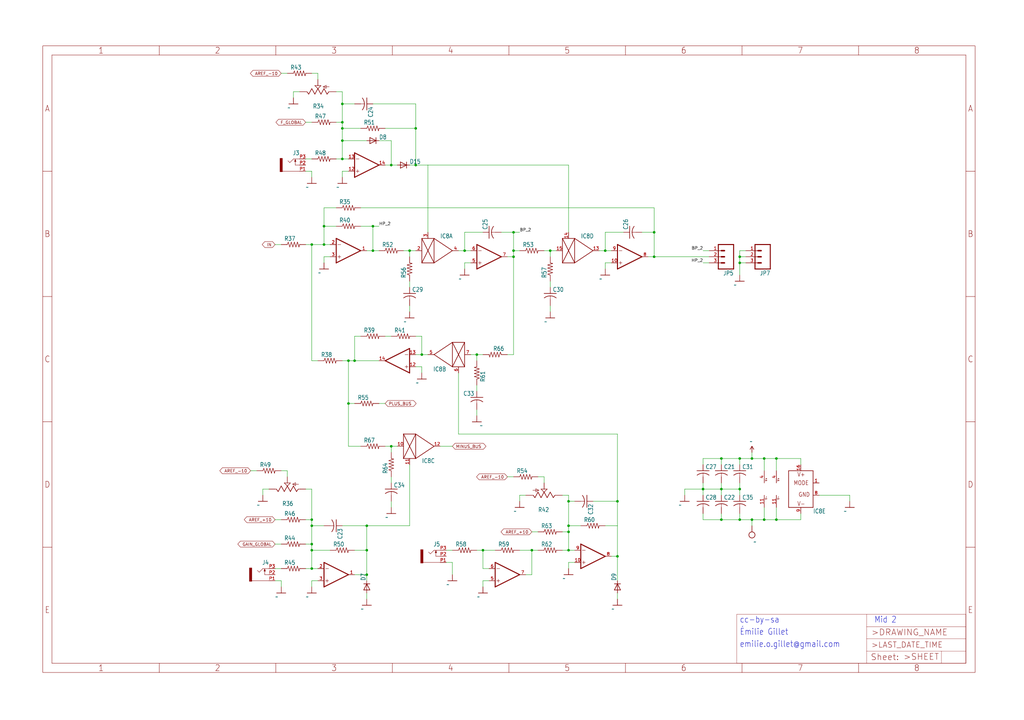
<source format=kicad_sch>
(kicad_sch (version 20211123) (generator eeschema)
  (paper "User" 425.45 299.161)
  (lib_symbols
    (symbol "shelves_v05-eagle-import:A3L-LOC"
      (symbol "A3L-LOC_0_0"
        (text "1" (at 24.2094 1.905 0) (effects (font (size 2.54 2.286))))
        (text "1" (at 24.2094 258.445 0) (effects (font (size 2.54 2.286))))
        (text "2" (at 72.6281 1.905 0) (effects (font (size 2.54 2.286))))
        (text "2" (at 72.6281 258.445 0) (effects (font (size 2.54 2.286))))
        (text "3" (at 121.0469 1.905 0) (effects (font (size 2.54 2.286))))
        (text "3" (at 121.0469 258.445 0) (effects (font (size 2.54 2.286))))
        (text "4" (at 169.4656 1.905 0) (effects (font (size 2.54 2.286))))
        (text "4" (at 169.4656 258.445 0) (effects (font (size 2.54 2.286))))
        (text "5" (at 217.8844 1.905 0) (effects (font (size 2.54 2.286))))
        (text "5" (at 217.8844 258.445 0) (effects (font (size 2.54 2.286))))
        (text "6" (at 266.3031 1.905 0) (effects (font (size 2.54 2.286))))
        (text "6" (at 266.3031 258.445 0) (effects (font (size 2.54 2.286))))
        (text "7" (at 314.7219 1.905 0) (effects (font (size 2.54 2.286))))
        (text "7" (at 314.7219 258.445 0) (effects (font (size 2.54 2.286))))
        (text "8" (at 363.1406 1.905 0) (effects (font (size 2.54 2.286))))
        (text "8" (at 363.1406 258.445 0) (effects (font (size 2.54 2.286))))
        (text "A" (at 1.905 234.315 0) (effects (font (size 2.54 2.286))))
        (text "A" (at 385.445 234.315 0) (effects (font (size 2.54 2.286))))
        (text "B" (at 1.905 182.245 0) (effects (font (size 2.54 2.286))))
        (text "B" (at 385.445 182.245 0) (effects (font (size 2.54 2.286))))
        (text "C" (at 1.905 130.175 0) (effects (font (size 2.54 2.286))))
        (text "C" (at 385.445 130.175 0) (effects (font (size 2.54 2.286))))
        (text "D" (at 1.905 78.105 0) (effects (font (size 2.54 2.286))))
        (text "D" (at 385.445 78.105 0) (effects (font (size 2.54 2.286))))
        (text "E" (at 1.905 26.035 0) (effects (font (size 2.54 2.286))))
        (text "E" (at 385.445 26.035 0) (effects (font (size 2.54 2.286))))
      )
      (symbol "A3L-LOC_1_0"
        (text ">DRAWING_NAME" (at 344.17 15.24 0) (effects (font (size 2.54 2.54)) (justify left bottom)))
        (text ">LAST_DATE_TIME" (at 344.17 10.16 0) (effects (font (size 2.286 2.286)) (justify left bottom)))
        (text ">SHEET" (at 357.505 5.08 0) (effects (font (size 2.54 2.54)) (justify left bottom)))
        (text "Sheet:" (at 343.916 4.953 0) (effects (font (size 2.54 2.54)) (justify left bottom)))
      )
    )
    (symbol "shelves_v05-eagle-import:C-USC0603"
      (property "Reference" "C" (at 1.016 0.635 0))
      (property "Value" "C-USC0603" (at 1.016 -4.191 0))
      (symbol "C-USC0603_1_0"
        (pin passive line (at 0 2.54 270) (length 2.54) (name "1") (number "1"))
        (pin passive line (at 0 -5.08 90) (length 2.54) (name "2") (number "2"))
      )
    )
    (symbol "shelves_v05-eagle-import:DIODE-SOD323-W"
      (property "Reference" "D" (at 2.54 0.4826 0))
      (property "Value" "DIODE-SOD323-W" (at 2.54 -2.3114 0))
      (symbol "DIODE-SOD323-W_1_0"
        (pin passive line (at -2.54 0 0) (length 2.54) (name "A") (number "A"))
        (pin passive line (at 2.54 0 180) (length 2.54) (name "C") (number "C"))
      )
    )
    (symbol "shelves_v05-eagle-import:GND" (power)
      (property "Value" "GND" (at -2.54 -2.54 0))
      (symbol "GND_1_0"
        (pin power_in line (at 0 2.54 270) (length 2.54) (name "GND") (number "1"))
      )
    )
    (symbol "shelves_v05-eagle-import:M03PTH"
      (property "Reference" "JP" (at -2.54 5.842 0))
      (property "Value" "M03PTH" (at -2.54 -7.62 0))
      (symbol "M03PTH_1_0"
        (pin passive line (at 7.62 -2.54 180) (length 5.08) (name "1") (number "1"))
        (pin passive line (at 7.62 0 180) (length 5.08) (name "2") (number "2"))
        (pin passive line (at 7.62 2.54 180) (length 5.08) (name "3") (number "3"))
      )
    )
    (symbol "shelves_v05-eagle-import:PJ301_THONKICONN6"
      (property "Reference" "J" (at -2.54 4.064 0))
      (symbol "PJ301_THONKICONN6_1_0"
        (pin passive line (at -5.08 -2.54 0) (length 2.54) (name "1") (number "P1"))
        (pin passive line (at -5.08 0 0) (length 2.54) (name "2") (number "P2"))
        (pin passive line (at -5.08 2.54 0) (length 2.54) (name "3") (number "P3"))
      )
    )
    (symbol "shelves_v05-eagle-import:POT_USVERTICAL"
      (property "Reference" "R" (at -5.08 -2.54 90))
      (property "Value" "POT_USVERTICAL" (at -2.54 -2.54 90))
      (symbol "POT_USVERTICAL_1_0"
        (pin passive line (at 0 7.62 270) (length 2.54) (name "E") (number "P$1"))
        (pin passive line (at 5.08 0 180) (length 2.54) (name "S") (number "P$2"))
        (pin passive line (at 0 -7.62 90) (length 2.54) (name "A") (number "P$3"))
      )
    )
    (symbol "shelves_v05-eagle-import:POT_USVERTICAL_PS"
      (property "Reference" "R" (at -5.08 -2.54 90))
      (property "Value" "POT_USVERTICAL_PS" (at -2.54 -2.54 90))
      (symbol "POT_USVERTICAL_PS_1_0"
        (pin passive line (at 0 7.62 270) (length 2.54) (name "E") (number "P$1"))
        (pin passive line (at 5.08 0 180) (length 2.54) (name "S") (number "P$2"))
        (pin passive line (at 0 -7.62 90) (length 2.54) (name "A") (number "P$3"))
      )
    )
    (symbol "shelves_v05-eagle-import:R-US_R0603"
      (property "Reference" "R" (at -3.81 1.4986 0))
      (property "Value" "R-US_R0603" (at -3.81 -3.302 0))
      (symbol "R-US_R0603_1_0"
        (pin passive line (at -5.08 0 0) (length 2.54) (name "1") (number "1"))
        (pin passive line (at 5.08 0 180) (length 2.54) (name "2") (number "2"))
      )
    )
    (symbol "shelves_v05-eagle-import:SSM2164S"
      (property "Reference" "IC" (at 5.08 -12.7 0))
      (property "Value" "SSM2164S" (at 5.08 -15.24 0))
      (symbol "SSM2164S_1_0"
        (pin input line (at -5.08 0 0) (length 2.54) (name "IN") (number "2"))
        (pin input line (at 0 7.62 270) (length 2.54) (name "CTRL") (number "3"))
        (pin output line (at 12.7 0 180) (length 2.54) (name "OUT") (number "4"))
      )
      (symbol "SSM2164S_2_0"
        (pin output line (at 12.7 0 180) (length 2.54) (name "OUT") (number "5"))
        (pin input line (at 0 7.62 270) (length 2.54) (name "CTRL") (number "6"))
        (pin input line (at -5.08 0 0) (length 2.54) (name "IN") (number "7"))
      )
      (symbol "SSM2164S_3_0"
        (pin input line (at -5.08 0 0) (length 2.54) (name "IN") (number "10"))
        (pin input line (at 0 7.62 270) (length 2.54) (name "CTRL") (number "11"))
        (pin output line (at 12.7 0 180) (length 2.54) (name "OUT") (number "12"))
      )
      (symbol "SSM2164S_4_0"
        (pin output line (at 12.7 0 180) (length 2.54) (name "OUT") (number "13"))
        (pin input line (at 0 7.62 270) (length 2.54) (name "CTRL") (number "14"))
        (pin input line (at -5.08 0 0) (length 2.54) (name "IN") (number "15"))
      )
      (symbol "SSM2164S_5_0"
        (text "GND" (at -1.016 -5.842 0) (effects (font (size 1.778 1.5113)) (justify left bottom)))
        (text "MODE" (at -3.048 -1.016 0) (effects (font (size 1.778 1.5113)) (justify left bottom)))
        (text "V+" (at -1.524 2.54 0) (effects (font (size 1.778 1.5113)) (justify left bottom)))
        (text "V-" (at -1.524 -9.652 0) (effects (font (size 1.778 1.5113)) (justify left bottom)))
        (pin input line (at 7.62 0 180) (length 2.54) (name "MODE") (number "1"))
        (pin power_in line (at 0 7.62 270) (length 2.54) (name "V+") (number "16"))
        (pin power_in line (at 7.62 -5.08 180) (length 2.54) (name "GND") (number "8"))
        (pin power_in line (at 0 -12.7 90) (length 2.54) (name "V-") (number "9"))
      )
    )
    (symbol "shelves_v05-eagle-import:TL074D"
      (symbol "TL074D_1_0"
        (pin output line (at 7.62 0 180) (length 2.54) (name "OUT") (number "1"))
        (pin input line (at -7.62 -2.54 0) (length 2.54) (name "-IN") (number "2"))
        (pin input line (at -7.62 2.54 0) (length 2.54) (name "+IN") (number "3"))
      )
      (symbol "TL074D_2_0"
        (pin input line (at -7.62 2.54 0) (length 2.54) (name "+IN") (number "5"))
        (pin input line (at -7.62 -2.54 0) (length 2.54) (name "-IN") (number "6"))
        (pin output line (at 7.62 0 180) (length 2.54) (name "OUT") (number "7"))
      )
      (symbol "TL074D_3_0"
        (pin input line (at -7.62 2.54 0) (length 2.54) (name "+IN") (number "10"))
        (pin output line (at 7.62 0 180) (length 2.54) (name "OUT") (number "8"))
        (pin input line (at -7.62 -2.54 0) (length 2.54) (name "-IN") (number "9"))
      )
      (symbol "TL074D_4_0"
        (pin input line (at -7.62 2.54 0) (length 2.54) (name "+IN") (number "12"))
        (pin input line (at -7.62 -2.54 0) (length 2.54) (name "-IN") (number "13"))
        (pin output line (at 7.62 0 180) (length 2.54) (name "OUT") (number "14"))
      )
      (symbol "TL074D_5_0"
        (text "V+" (at 1.27 3.175 900) (effects (font (size 0.8128 0.6908)) (justify left bottom)))
        (text "V-" (at 1.27 -4.445 900) (effects (font (size 0.8128 0.6908)) (justify left bottom)))
        (pin power_in line (at 0 -7.62 90) (length 5.08) (name "V-") (number "11"))
        (pin power_in line (at 0 7.62 270) (length 5.08) (name "V+") (number "4"))
      )
    )
    (symbol "shelves_v05-eagle-import:VCC" (power)
      (property "Value" "VCC" (at -1.016 3.556 0))
      (symbol "VCC_1_0"
        (pin power_in line (at 0 0 90) (length 2.54) (name "VCC") (number "1"))
      )
    )
    (symbol "shelves_v05-eagle-import:VEE" (power)
      (property "Value" "VEE" (at -1.905 3.175 0))
      (symbol "VEE_1_0"
        (pin power_in line (at 0 -2.54 90) (length 2.54) (name "VEE") (number "1"))
      )
    )
  )
  (junction (at 271.78 106.68))
  (junction (at 172.72 53.34))
  (junction (at 162.56 68.58))
  (junction (at 312.42 190.5))
  (junction (at 213.36 104.14))
  (junction (at 193.04 104.14))
  (junction (at 162.56 185.42))
  (junction (at 134.62 93.98))
  (junction (at 152.4 238.76))
  (junction (at 322.58 215.9))
  (junction (at 175.26 147.32))
  (junction (at 317.5 215.9))
  (junction (at 307.34 109.22))
  (junction (at 299.72 190.5))
  (junction (at 307.34 203.2))
  (junction (at 134.62 101.6))
  (junction (at 317.5 190.5))
  (junction (at 322.58 190.5))
  (junction (at 307.34 215.9))
  (junction (at 299.72 215.9))
  (junction (at 142.24 50.8))
  (junction (at 142.24 58.42))
  (junction (at 154.94 104.14))
  (junction (at 129.54 215.9))
  (junction (at 144.78 167.64))
  (junction (at 236.22 208.28))
  (junction (at 256.54 208.28))
  (junction (at 312.42 215.9))
  (junction (at 236.22 228.6))
  (junction (at 236.22 220.98))
  (junction (at 256.54 231.14))
  (junction (at 129.54 101.6))
  (junction (at 271.78 96.52))
  (junction (at 142.24 43.18))
  (junction (at 129.54 236.22))
  (junction (at 172.72 68.58))
  (junction (at 213.36 96.52))
  (junction (at 142.24 53.34))
  (junction (at 129.54 226.06))
  (junction (at 129.54 218.44))
  (junction (at 299.72 203.2))
  (junction (at 236.22 218.44))
  (junction (at 142.24 66.04))
  (junction (at 228.6 104.14))
  (junction (at 154.94 93.98))
  (junction (at 251.46 104.14))
  (junction (at 170.18 104.14))
  (junction (at 152.4 218.44))
  (junction (at 198.12 147.32))
  (junction (at 129.54 228.6))
  (junction (at 200.66 228.6))
  (junction (at 307.34 106.68))
  (junction (at 152.4 228.6))
  (junction (at 220.98 228.6))
  (junction (at 147.32 149.86))
  (junction (at 292.1 203.2))
  (junction (at 213.36 106.68))
  (junction (at 307.34 190.5))
  (junction (at 144.78 149.86))
  (wire (pts (xy 147.32 228.6) (xy 152.4 228.6)))
  (wire (pts (xy 193.04 104.14) (xy 193.04 96.52)))
  (wire (pts (xy 193.04 104.14) (xy 195.58 104.14)))
  (wire (pts (xy 271.78 86.36) (xy 271.78 96.52)))
  (wire (pts (xy 213.36 198.12) (xy 210.82 198.12)))
  (wire (pts (xy 266.7 96.52) (xy 271.78 96.52)))
  (wire (pts (xy 271.78 106.68) (xy 294.64 106.68)))
  (wire (pts (xy 200.66 241.3) (xy 200.66 243.84)))
  (wire (pts (xy 142.24 38.1) (xy 142.24 43.18)))
  (wire (pts (xy 241.3 218.44) (xy 236.22 218.44)))
  (wire (pts (xy 332.74 213.36) (xy 332.74 215.9)))
  (wire (pts (xy 236.22 208.28) (xy 236.22 218.44)))
  (wire (pts (xy 312.42 218.44) (xy 312.42 215.9)))
  (wire (pts (xy 233.68 205.74) (xy 236.22 205.74)))
  (wire (pts (xy 144.78 185.42) (xy 149.86 185.42)))
  (wire (pts (xy 213.36 96.52) (xy 213.36 104.14)))
  (wire (pts (xy 187.96 233.68) (xy 187.96 238.76)))
  (wire (pts (xy 256.54 218.44) (xy 256.54 231.14)))
  (wire (pts (xy 162.56 185.42) (xy 162.56 187.96)))
  (wire (pts (xy 170.18 104.14) (xy 172.72 104.14)))
  (wire (pts (xy 198.12 162.56) (xy 198.12 160.02)))
  (wire (pts (xy 162.56 68.58) (xy 165.1 68.58)))
  (wire (pts (xy 299.72 200.66) (xy 299.72 203.2)))
  (wire (pts (xy 175.26 139.7) (xy 175.26 147.32)))
  (wire (pts (xy 142.24 58.42) (xy 142.24 66.04)))
  (wire (pts (xy 236.22 218.44) (xy 236.22 220.98)))
  (wire (pts (xy 205.74 228.6) (xy 200.66 228.6)))
  (wire (pts (xy 307.34 203.2) (xy 307.34 205.74)))
  (wire (pts (xy 251.46 96.52) (xy 259.08 96.52)))
  (wire (pts (xy 190.5 180.34) (xy 256.54 180.34)))
  (wire (pts (xy 177.8 147.32) (xy 175.26 147.32)))
  (wire (pts (xy 312.42 190.5) (xy 317.5 190.5)))
  (wire (pts (xy 149.86 86.36) (xy 271.78 86.36)))
  (wire (pts (xy 129.54 149.86) (xy 129.54 101.6)))
  (wire (pts (xy 353.06 205.74) (xy 353.06 208.28)))
  (wire (pts (xy 114.3 241.3) (xy 116.84 241.3)))
  (wire (pts (xy 292.1 215.9) (xy 299.72 215.9)))
  (wire (pts (xy 322.58 215.9) (xy 322.58 210.82)))
  (wire (pts (xy 129.54 218.44) (xy 129.54 226.06)))
  (wire (pts (xy 134.62 106.68) (xy 134.62 109.22)))
  (wire (pts (xy 238.76 228.6) (xy 236.22 228.6)))
  (wire (pts (xy 111.76 203.2) (xy 109.22 203.2)))
  (wire (pts (xy 127 215.9) (xy 129.54 215.9)))
  (wire (pts (xy 292.1 203.2) (xy 292.1 205.74)))
  (wire (pts (xy 248.92 104.14) (xy 251.46 104.14)))
  (wire (pts (xy 129.54 228.6) (xy 129.54 236.22)))
  (wire (pts (xy 116.84 241.3) (xy 116.84 243.84)))
  (wire (pts (xy 170.18 218.44) (xy 170.18 193.04)))
  (wire (pts (xy 142.24 50.8) (xy 142.24 53.34)))
  (wire (pts (xy 167.64 104.14) (xy 170.18 104.14)))
  (wire (pts (xy 129.54 203.2) (xy 129.54 215.9)))
  (wire (pts (xy 307.34 109.22) (xy 307.34 114.3)))
  (wire (pts (xy 157.48 167.64) (xy 160.02 167.64)))
  (wire (pts (xy 218.44 205.74) (xy 215.9 205.74)))
  (wire (pts (xy 251.46 218.44) (xy 256.54 218.44)))
  (wire (pts (xy 307.34 190.5) (xy 312.42 190.5)))
  (wire (pts (xy 132.08 149.86) (xy 129.54 149.86)))
  (wire (pts (xy 160.02 139.7) (xy 162.56 139.7)))
  (wire (pts (xy 223.52 220.98) (xy 220.98 220.98)))
  (wire (pts (xy 220.98 238.76) (xy 218.44 238.76)))
  (wire (pts (xy 132.08 241.3) (xy 129.54 241.3)))
  (wire (pts (xy 147.32 149.86) (xy 157.48 149.86)))
  (wire (pts (xy 154.94 43.18) (xy 172.72 43.18)))
  (wire (pts (xy 144.78 149.86) (xy 144.78 167.64)))
  (wire (pts (xy 332.74 215.9) (xy 322.58 215.9)))
  (wire (pts (xy 284.48 203.2) (xy 284.48 205.74)))
  (wire (pts (xy 238.76 233.68) (xy 236.22 233.68)))
  (wire (pts (xy 129.54 30.48) (xy 132.08 30.48)))
  (wire (pts (xy 152.4 218.44) (xy 170.18 218.44)))
  (wire (pts (xy 172.72 53.34) (xy 172.72 43.18)))
  (wire (pts (xy 312.42 215.9) (xy 317.5 215.9)))
  (wire (pts (xy 154.94 104.14) (xy 157.48 104.14)))
  (wire (pts (xy 236.22 68.58) (xy 236.22 96.52)))
  (wire (pts (xy 132.08 236.22) (xy 129.54 236.22)))
  (wire (pts (xy 116.84 226.06) (xy 114.3 226.06)))
  (wire (pts (xy 142.24 53.34) (xy 142.24 58.42)))
  (wire (pts (xy 312.42 187.96) (xy 312.42 190.5)))
  (wire (pts (xy 119.38 30.48) (xy 116.84 30.48)))
  (wire (pts (xy 226.06 198.12) (xy 226.06 200.66)))
  (wire (pts (xy 144.78 167.64) (xy 147.32 167.64)))
  (wire (pts (xy 213.36 106.68) (xy 210.82 106.68)))
  (wire (pts (xy 170.18 127) (xy 170.18 129.54)))
  (wire (pts (xy 160.02 185.42) (xy 162.56 185.42)))
  (wire (pts (xy 142.24 71.12) (xy 142.24 73.66)))
  (wire (pts (xy 127 71.12) (xy 129.54 71.12)))
  (wire (pts (xy 332.74 190.5) (xy 332.74 193.04)))
  (wire (pts (xy 195.58 147.32) (xy 198.12 147.32)))
  (wire (pts (xy 292.1 203.2) (xy 284.48 203.2)))
  (wire (pts (xy 228.6 119.38) (xy 228.6 116.84)))
  (wire (pts (xy 154.94 93.98) (xy 154.94 104.14)))
  (wire (pts (xy 137.16 228.6) (xy 129.54 228.6)))
  (wire (pts (xy 182.88 185.42) (xy 187.96 185.42)))
  (wire (pts (xy 134.62 93.98) (xy 139.7 93.98)))
  (wire (pts (xy 307.34 213.36) (xy 307.34 215.9)))
  (wire (pts (xy 299.72 203.2) (xy 299.72 205.74)))
  (wire (pts (xy 160.02 68.58) (xy 162.56 68.58)))
  (wire (pts (xy 317.5 210.82) (xy 317.5 215.9)))
  (wire (pts (xy 139.7 66.04) (xy 142.24 66.04)))
  (wire (pts (xy 129.54 101.6) (xy 134.62 101.6)))
  (wire (pts (xy 149.86 139.7) (xy 147.32 139.7)))
  (wire (pts (xy 322.58 195.58) (xy 322.58 190.5)))
  (wire (pts (xy 175.26 152.4) (xy 175.26 154.94)))
  (wire (pts (xy 322.58 190.5) (xy 332.74 190.5)))
  (wire (pts (xy 129.54 226.06) (xy 129.54 228.6)))
  (wire (pts (xy 114.3 236.22) (xy 116.84 236.22)))
  (wire (pts (xy 195.58 109.22) (xy 193.04 109.22)))
  (wire (pts (xy 121.92 38.1) (xy 121.92 40.64)))
  (wire (pts (xy 256.54 180.34) (xy 256.54 208.28)))
  (wire (pts (xy 187.96 228.6) (xy 185.42 228.6)))
  (wire (pts (xy 154.94 104.14) (xy 152.4 104.14)))
  (wire (pts (xy 200.66 236.22) (xy 200.66 228.6)))
  (wire (pts (xy 246.38 208.28) (xy 256.54 208.28)))
  (wire (pts (xy 256.54 241.3) (xy 256.54 231.14)))
  (wire (pts (xy 172.72 68.58) (xy 177.8 68.58)))
  (wire (pts (xy 129.54 50.8) (xy 127 50.8)))
  (wire (pts (xy 292.1 213.36) (xy 292.1 215.9)))
  (wire (pts (xy 129.54 215.9) (xy 129.54 218.44)))
  (wire (pts (xy 233.68 220.98) (xy 236.22 220.98)))
  (wire (pts (xy 152.4 241.3) (xy 152.4 238.76)))
  (wire (pts (xy 299.72 215.9) (xy 307.34 215.9)))
  (wire (pts (xy 256.54 208.28) (xy 256.54 218.44)))
  (wire (pts (xy 142.24 58.42) (xy 152.4 58.42)))
  (wire (pts (xy 177.8 68.58) (xy 236.22 68.58)))
  (wire (pts (xy 238.76 208.28) (xy 236.22 208.28)))
  (wire (pts (xy 152.4 246.38) (xy 152.4 248.92)))
  (wire (pts (xy 129.54 71.12) (xy 129.54 73.66)))
  (wire (pts (xy 152.4 228.6) (xy 152.4 218.44)))
  (wire (pts (xy 147.32 43.18) (xy 142.24 43.18)))
  (wire (pts (xy 142.24 218.44) (xy 152.4 218.44)))
  (wire (pts (xy 213.36 104.14) (xy 215.9 104.14)))
  (wire (pts (xy 228.6 127) (xy 228.6 129.54)))
  (wire (pts (xy 203.2 236.22) (xy 200.66 236.22)))
  (wire (pts (xy 299.72 203.2) (xy 292.1 203.2)))
  (wire (pts (xy 307.34 203.2) (xy 299.72 203.2)))
  (wire (pts (xy 299.72 213.36) (xy 299.72 215.9)))
  (wire (pts (xy 299.72 193.04) (xy 299.72 190.5)))
  (wire (pts (xy 200.66 147.32) (xy 198.12 147.32)))
  (wire (pts (xy 109.22 203.2) (xy 109.22 205.74)))
  (wire (pts (xy 134.62 86.36) (xy 134.62 93.98)))
  (wire (pts (xy 127 226.06) (xy 129.54 226.06)))
  (wire (pts (xy 139.7 38.1) (xy 142.24 38.1)))
  (wire (pts (xy 177.8 68.58) (xy 177.8 96.52)))
  (wire (pts (xy 116.84 101.6) (xy 114.3 101.6)))
  (wire (pts (xy 210.82 147.32) (xy 213.36 147.32)))
  (wire (pts (xy 226.06 104.14) (xy 228.6 104.14)))
  (wire (pts (xy 220.98 228.6) (xy 223.52 228.6)))
  (wire (pts (xy 129.54 241.3) (xy 129.54 243.84)))
  (wire (pts (xy 228.6 104.14) (xy 228.6 106.68)))
  (wire (pts (xy 185.42 233.68) (xy 187.96 233.68)))
  (wire (pts (xy 144.78 71.12) (xy 142.24 71.12)))
  (wire (pts (xy 307.34 106.68) (xy 309.88 106.68)))
  (wire (pts (xy 106.68 195.58) (xy 104.14 195.58)))
  (wire (pts (xy 142.24 149.86) (xy 144.78 149.86)))
  (wire (pts (xy 236.22 205.74) (xy 236.22 208.28)))
  (wire (pts (xy 116.84 215.9) (xy 114.3 215.9)))
  (wire (pts (xy 147.32 238.76) (xy 152.4 238.76)))
  (wire (pts (xy 307.34 106.68) (xy 307.34 109.22)))
  (wire (pts (xy 292.1 190.5) (xy 299.72 190.5)))
  (wire (pts (xy 139.7 86.36) (xy 134.62 86.36)))
  (wire (pts (xy 203.2 241.3) (xy 200.66 241.3)))
  (wire (pts (xy 142.24 43.18) (xy 142.24 50.8)))
  (wire (pts (xy 149.86 93.98) (xy 154.94 93.98)))
  (wire (pts (xy 317.5 215.9) (xy 322.58 215.9)))
  (wire (pts (xy 134.62 218.44) (xy 129.54 218.44)))
  (wire (pts (xy 307.34 104.14) (xy 307.34 106.68)))
  (wire (pts (xy 162.56 58.42) (xy 162.56 68.58)))
  (wire (pts (xy 116.84 195.58) (xy 119.38 195.58)))
  (wire (pts (xy 215.9 228.6) (xy 220.98 228.6)))
  (wire (pts (xy 144.78 149.86) (xy 147.32 149.86)))
  (wire (pts (xy 127 203.2) (xy 129.54 203.2)))
  (wire (pts (xy 228.6 104.14) (xy 231.14 104.14)))
  (wire (pts (xy 162.56 208.28) (xy 162.56 210.82)))
  (wire (pts (xy 254 109.22) (xy 251.46 109.22)))
  (wire (pts (xy 137.16 106.68) (xy 134.62 106.68)))
  (wire (pts (xy 175.26 147.32) (xy 172.72 147.32)))
  (wire (pts (xy 256.54 231.14) (xy 254 231.14)))
  (wire (pts (xy 317.5 195.58) (xy 317.5 190.5)))
  (wire (pts (xy 127 236.22) (xy 129.54 236.22)))
  (wire (pts (xy 256.54 246.38) (xy 256.54 248.92)))
  (wire (pts (xy 157.48 58.42) (xy 162.56 58.42)))
  (wire (pts (xy 152.4 238.76) (xy 152.4 228.6)))
  (wire (pts (xy 213.36 104.14) (xy 213.36 106.68)))
  (wire (pts (xy 119.38 195.58) (xy 119.38 198.12)))
  (wire (pts (xy 134.62 101.6) (xy 137.16 101.6)))
  (wire (pts (xy 220.98 228.6) (xy 220.98 238.76)))
  (wire (pts (xy 271.78 106.68) (xy 269.24 106.68)))
  (wire (pts (xy 251.46 104.14) (xy 254 104.14)))
  (wire (pts (xy 223.52 198.12) (xy 226.06 198.12)))
  (wire (pts (xy 198.12 147.32) (xy 198.12 149.86)))
  (wire (pts (xy 307.34 200.66) (xy 307.34 203.2)))
  (wire (pts (xy 299.72 190.5) (xy 307.34 190.5)))
  (wire (pts (xy 147.32 139.7) (xy 147.32 149.86)))
  (wire (pts (xy 170.18 119.38) (xy 170.18 116.84)))
  (wire (pts (xy 190.5 104.14) (xy 193.04 104.14)))
  (wire (pts (xy 213.36 147.32) (xy 213.36 106.68)))
  (wire (pts (xy 317.5 190.5) (xy 322.58 190.5)))
  (wire (pts (xy 134.62 93.98) (xy 134.62 101.6)))
  (wire (pts (xy 162.56 185.42) (xy 165.1 185.42)))
  (wire (pts (xy 251.46 104.14) (xy 251.46 96.52)))
  (wire (pts (xy 149.86 53.34) (xy 142.24 53.34)))
  (wire (pts (xy 307.34 215.9) (xy 312.42 215.9)))
  (wire (pts (xy 124.46 38.1) (xy 121.92 38.1)))
  (wire (pts (xy 340.36 205.74) (xy 353.06 205.74)))
  (wire (pts (xy 139.7 50.8) (xy 142.24 50.8)))
  (wire (pts (xy 144.78 167.64) (xy 144.78 185.42)))
  (wire (pts (xy 251.46 109.22) (xy 251.46 111.76)))
  (wire (pts (xy 294.64 109.22) (xy 292.1 109.22)))
  (wire (pts (xy 170.18 68.58) (xy 172.72 68.58)))
  (wire (pts (xy 190.5 154.94) (xy 190.5 180.34)))
  (wire (pts (xy 127 101.6) (xy 129.54 101.6)))
  (wire (pts (xy 294.64 104.14) (xy 292.1 104.14)))
  (wire (pts (xy 160.02 53.34) (xy 172.72 53.34)))
  (wire (pts (xy 309.88 109.22) (xy 307.34 109.22)))
  (wire (pts (xy 236.22 220.98) (xy 236.22 228.6)))
  (wire (pts (xy 132.08 30.48) (xy 132.08 33.02)))
  (wire (pts (xy 172.72 68.58) (xy 172.72 53.34)))
  (wire (pts (xy 198.12 170.18) (xy 198.12 172.72)))
  (wire (pts (xy 170.18 104.14) (xy 170.18 106.68)))
  (wire (pts (xy 198.12 228.6) (xy 200.66 228.6)))
  (wire (pts (xy 292.1 200.66) (xy 292.1 203.2)))
  (wire (pts (xy 144.78 66.04) (xy 142.24 66.04)))
  (wire (pts (xy 154.94 93.98) (xy 157.48 93.98)))
  (wire (pts (xy 127 66.04) (xy 129.54 66.04)))
  (wire (pts (xy 236.22 233.68) (xy 236.22 236.22)))
  (wire (pts (xy 172.72 139.7) (xy 175.26 139.7)))
  (wire (pts (xy 292.1 193.04) (xy 292.1 190.5)))
  (wire (pts (xy 233.68 228.6) (xy 236.22 228.6)))
  (wire (pts (xy 193.04 96.52) (xy 200.66 96.52)))
  (wire (pts (xy 215.9 205.74) (xy 215.9 208.28)))
  (wire (pts (xy 162.56 200.66) (xy 162.56 198.12)))
  (wire (pts (xy 193.04 109.22) (xy 193.04 111.76)))
  (wire (pts (xy 213.36 96.52) (xy 215.9 96.52)))
  (wire (pts (xy 309.88 104.14) (xy 307.34 104.14)))
  (wire (pts (xy 271.78 96.52) (xy 271.78 106.68)))
  (wire (pts (xy 172.72 152.4) (xy 175.26 152.4)))
  (wire (pts (xy 208.28 96.52) (xy 213.36 96.52)))
  (wire (pts (xy 307.34 193.04) (xy 307.34 190.5)))
  (text "cc-by-sa" (at 307.34 259.08 180) (effects (font (size 2.54 2.159)) (justify left bottom)))
  (text "Mid 2" (at 363.22 259.08 180) (effects (font (size 2.54 2.159)) (justify left bottom)))
  (text "Émilie Gillet" (at 307.34 264.16 180) (effects (font (size 2.54 2.159)) (justify left bottom)))
  (text "emilie.o.gillet@gmail.com" (at 307.34 269.24 180) (effects (font (size 2.54 2.159)) (justify left bottom)))
  (label "HP_2" (at 292.1 109.22 180) (effects (font (size 1.2446 1.2446))))
  (label "BP_2" (at 215.9 96.52 0) (effects (font (size 1.2446 1.2446))))
  (label "HP_2" (at 157.48 93.98 0) (effects (font (size 1.2446 1.2446))))
  (label "BP_2" (at 292.1 104.14 180) (effects (font (size 1.2446 1.2446))))
  (global_label "AREF_-10" (shape bidirectional) (at 116.84 30.48 180) (effects (font (size 1.2446 1.2446))) (property "Intersheet References" "${INTERSHEET_REFS}" (effects hide)))
  (global_label "AREF_-10" (shape bidirectional) (at 104.14 195.58 180) (effects (font (size 1.2446 1.2446))) (property "Intersheet References" "${INTERSHEET_REFS}" (effects hide)))
  (global_label "AREF_-10" (shape bidirectional) (at 210.82 198.12 180) (effects (font (size 1.2446 1.2446))) (property "Intersheet References" "${INTERSHEET_REFS}" (effects hide)))
  (global_label "IN" (shape bidirectional) (at 114.3 101.6 180) (effects (font (size 1.2446 1.2446))) (property "Intersheet References" "${INTERSHEET_REFS}" (effects hide)))
  (global_label "AREF_+10" (shape bidirectional) (at 114.3 215.9 180) (effects (font (size 1.2446 1.2446))) (property "Intersheet References" "${INTERSHEET_REFS}" (effects hide)))
  (global_label "AREF_+10" (shape bidirectional) (at 220.98 220.98 180) (effects (font (size 1.2446 1.2446))) (property "Intersheet References" "${INTERSHEET_REFS}" (effects hide)))
  (global_label "MINUS_BUS" (shape bidirectional) (at 187.96 185.42 0) (effects (font (size 1.2446 1.2446))) (property "Intersheet References" "${INTERSHEET_REFS}" (effects hide)))
  (global_label "PLUS_BUS" (shape bidirectional) (at 160.02 167.64 0) (effects (font (size 1.2446 1.2446))) (property "Intersheet References" "${INTERSHEET_REFS}" (effects hide)))
  (global_label "F_GLOBAL" (shape bidirectional) (at 127 50.8 180) (effects (font (size 1.2446 1.2446))) (property "Intersheet References" "${INTERSHEET_REFS}" (effects hide)))
  (global_label "GAIN_GLOBAL" (shape bidirectional) (at 114.3 226.06 180) (effects (font (size 1.2446 1.2446))) (property "Intersheet References" "${INTERSHEET_REFS}" (effects hide)))
  (symbol (lib_id "shelves_v05-eagle-import:GND") (at 152.4 251.46 0) (unit 1)
    (property "Reference" "#GND59" (effects hide))
  )
  (symbol (lib_id "shelves_v05-eagle-import:VEE") (at 312.42 220.98 180) (unit 1)
    (property "Reference" "#SUPPLY6" (effects hide))
  )
  (symbol (lib_id "shelves_v05-eagle-import:GND") (at 251.46 114.3 0) (unit 1)
    (property "Reference" "#GND67" (effects hide))
  )
  (symbol (lib_id "shelves_v05-eagle-import:GND") (at 170.18 132.08 0) (unit 1)
    (property "Reference" "#GND52" (effects hide))
  )
  (symbol (lib_id "shelves_v05-eagle-import:C-USC0603") (at 292.1 195.58 0) (unit 1)
    (property "Reference" "C27" (at 293.116 194.945 0) (effects (font (size 1.778 1.5113)) (justify left bottom)))
  )
  (symbol (lib_id "shelves_v05-eagle-import:GND") (at 134.62 111.76 0) (unit 1)
    (property "Reference" "#GND64" (effects hide))
  )
  (symbol (lib_id "shelves_v05-eagle-import:R-US_R0603") (at 162.56 104.14 0) (unit 1)
    (property "Reference" "R52" (at 158.75 102.6414 0) (effects (font (size 1.778 1.5113)) (justify left bottom)))
  )
  (symbol (lib_id "shelves_v05-eagle-import:POT_USVERTICAL_PS") (at 132.08 38.1 90) (unit 1)
    (property "Reference" "R34" (at 134.62 43.18 90) (effects (font (size 1.778 1.5113)) (justify left bottom)))
  )
  (symbol (lib_id "shelves_v05-eagle-import:R-US_R0603") (at 144.78 86.36 0) (unit 1)
    (property "Reference" "R35" (at 140.97 84.8614 0) (effects (font (size 1.778 1.5113)) (justify left bottom)))
  )
  (symbol (lib_id "shelves_v05-eagle-import:R-US_R0603") (at 228.6 220.98 0) (unit 1)
    (property "Reference" "R63" (at 224.79 219.4814 0) (effects (font (size 1.778 1.5113)) (justify left bottom)))
  )
  (symbol (lib_id "shelves_v05-eagle-import:GND") (at 200.66 246.38 0) (unit 1)
    (property "Reference" "#GND76" (effects hide))
  )
  (symbol (lib_id "shelves_v05-eagle-import:GND") (at 236.22 238.76 0) (unit 1)
    (property "Reference" "#GND75" (effects hide))
  )
  (symbol (lib_id "shelves_v05-eagle-import:GND") (at 175.26 157.48 0) (unit 1)
    (property "Reference" "#GND70" (effects hide))
  )
  (symbol (lib_id "shelves_v05-eagle-import:R-US_R0603") (at 170.18 111.76 90) (unit 1)
    (property "Reference" "R56" (at 168.6814 115.57 0) (effects (font (size 1.778 1.5113)) (justify left bottom)))
  )
  (symbol (lib_id "shelves_v05-eagle-import:DIODE-SOD323-W") (at 256.54 243.84 90) (unit 1)
    (property "Reference" "D9" (at 256.0574 241.3 0) (effects (font (size 1.778 1.5113)) (justify left bottom)))
  )
  (symbol (lib_id "shelves_v05-eagle-import:TL074D") (at 322.58 203.2 0) (unit 5)
    (property "Reference" "IC7" (effects hide))
  )
  (symbol (lib_id "shelves_v05-eagle-import:R-US_R0603") (at 111.76 195.58 0) (unit 1)
    (property "Reference" "R49" (at 107.95 194.0814 0) (effects (font (size 1.778 1.5113)) (justify left bottom)))
  )
  (symbol (lib_id "shelves_v05-eagle-import:R-US_R0603") (at 218.44 198.12 0) (unit 1)
    (property "Reference" "R54" (at 214.63 196.6214 0) (effects (font (size 1.778 1.5113)) (justify left bottom)))
  )
  (symbol (lib_id "shelves_v05-eagle-import:C-USC0603") (at 307.34 208.28 0) (unit 1)
    (property "Reference" "C35" (at 308.356 207.645 0) (effects (font (size 1.778 1.5113)) (justify left bottom)))
  )
  (symbol (lib_id "shelves_v05-eagle-import:C-USC0603") (at 299.72 195.58 0) (unit 1)
    (property "Reference" "C21" (at 300.736 194.945 0) (effects (font (size 1.778 1.5113)) (justify left bottom)))
  )
  (symbol (lib_id "shelves_v05-eagle-import:GND") (at 142.24 76.2 0) (unit 1)
    (property "Reference" "#GND55" (effects hide))
  )
  (symbol (lib_id "shelves_v05-eagle-import:R-US_R0603") (at 167.64 139.7 0) (unit 1)
    (property "Reference" "R41" (at 163.83 138.2014 0) (effects (font (size 1.778 1.5113)) (justify left bottom)))
  )
  (symbol (lib_id "shelves_v05-eagle-import:R-US_R0603") (at 121.92 236.22 0) (unit 1)
    (property "Reference" "R45" (at 118.11 234.7214 0) (effects (font (size 1.778 1.5113)) (justify left bottom)))
  )
  (symbol (lib_id "shelves_v05-eagle-import:C-USC0603") (at 198.12 165.1 0) (mirror y) (unit 1)
    (property "Reference" "C33" (at 197.104 164.465 0) (effects (font (size 1.778 1.5113)) (justify left bottom)))
  )
  (symbol (lib_id "shelves_v05-eagle-import:GND") (at 228.6 132.08 0) (unit 1)
    (property "Reference" "#GND66" (effects hide))
  )
  (symbol (lib_id "shelves_v05-eagle-import:C-USC0603") (at 162.56 203.2 0) (unit 1)
    (property "Reference" "C34" (at 163.576 202.565 0) (effects (font (size 1.778 1.5113)) (justify left bottom)))
  )
  (symbol (lib_id "shelves_v05-eagle-import:R-US_R0603") (at 162.56 193.04 90) (unit 1)
    (property "Reference" "R64" (at 161.0614 196.85 0) (effects (font (size 1.778 1.5113)) (justify left bottom)))
  )
  (symbol (lib_id "shelves_v05-eagle-import:TL074D") (at 139.7 238.76 0) (mirror x) (unit 1)
    (property "Reference" "IC7" (effects hide))
  )
  (symbol (lib_id "shelves_v05-eagle-import:GND") (at 193.04 114.3 0) (unit 1)
    (property "Reference" "#GND65" (effects hide))
  )
  (symbol (lib_id "shelves_v05-eagle-import:A3L-LOC") (at 17.78 279.4 0) (unit 1)
    (property "Reference" "#FRAME4" (effects hide))
  )
  (symbol (lib_id "shelves_v05-eagle-import:R-US_R0603") (at 124.46 30.48 0) (unit 1)
    (property "Reference" "R43" (at 120.65 28.9814 0) (effects (font (size 1.778 1.5113)) (justify left bottom)))
  )
  (symbol (lib_id "shelves_v05-eagle-import:SSM2164S") (at 190.5 147.32 180) (unit 2)
    (property "Reference" "IC8" (at 185.42 152.4 0) (effects (font (size 1.778 1.5113)) (justify left bottom)))
  )
  (symbol (lib_id "shelves_v05-eagle-import:SSM2164S") (at 170.18 185.42 0) (mirror x) (unit 3)
    (property "Reference" "IC8" (at 175.26 190.5 0) (effects (font (size 1.778 1.5113)) (justify left bottom)))
  )
  (symbol (lib_id "shelves_v05-eagle-import:R-US_R0603") (at 121.92 101.6 0) (unit 1)
    (property "Reference" "R37" (at 118.11 100.1014 0) (effects (font (size 1.778 1.5113)) (justify left bottom)))
  )
  (symbol (lib_id "shelves_v05-eagle-import:R-US_R0603") (at 154.94 185.42 0) (unit 1)
    (property "Reference" "R67" (at 151.13 183.9214 0) (effects (font (size 1.778 1.5113)) (justify left bottom)))
  )
  (symbol (lib_id "shelves_v05-eagle-import:SSM2164S") (at 177.8 104.14 0) (unit 1)
    (property "Reference" "IC8" (at 182.88 99.06 0) (effects (font (size 1.778 1.5113)) (justify left bottom)))
  )
  (symbol (lib_id "shelves_v05-eagle-import:R-US_R0603") (at 134.62 66.04 0) (unit 1)
    (property "Reference" "R48" (at 130.81 64.5414 0) (effects (font (size 1.778 1.5113)) (justify left bottom)))
  )
  (symbol (lib_id "shelves_v05-eagle-import:C-USC0603") (at 228.6 121.92 0) (unit 1)
    (property "Reference" "C30" (at 229.616 121.285 0) (effects (font (size 1.778 1.5113)) (justify left bottom)))
  )
  (symbol (lib_id "shelves_v05-eagle-import:DIODE-SOD323-W") (at 167.64 68.58 0) (unit 1)
    (property "Reference" "D15" (at 170.18 68.0974 0) (effects (font (size 1.778 1.5113)) (justify left bottom)))
  )
  (symbol (lib_id "shelves_v05-eagle-import:R-US_R0603") (at 205.74 147.32 0) (mirror y) (unit 1)
    (property "Reference" "R66" (at 209.55 145.8214 0) (effects (font (size 1.778 1.5113)) (justify left bottom)))
  )
  (symbol (lib_id "shelves_v05-eagle-import:R-US_R0603") (at 134.62 50.8 0) (unit 1)
    (property "Reference" "R47" (at 130.81 49.3014 0) (effects (font (size 1.778 1.5113)) (justify left bottom)))
  )
  (symbol (lib_id "shelves_v05-eagle-import:GND") (at 284.48 208.28 0) (unit 1)
    (property "Reference" "#GND54" (effects hide))
  )
  (symbol (lib_id "shelves_v05-eagle-import:TL074D") (at 210.82 238.76 0) (mirror x) (unit 2)
    (property "Reference" "IC7" (effects hide))
  )
  (symbol (lib_id "shelves_v05-eagle-import:R-US_R0603") (at 144.78 93.98 0) (unit 1)
    (property "Reference" "R40" (at 140.97 92.4814 0) (effects (font (size 1.778 1.5113)) (justify left bottom)))
  )
  (symbol (lib_id "shelves_v05-eagle-import:GND") (at 198.12 175.26 0) (mirror y) (unit 1)
    (property "Reference" "#GND68" (effects hide))
  )
  (symbol (lib_id "shelves_v05-eagle-import:R-US_R0603") (at 198.12 154.94 270) (mirror x) (unit 1)
    (property "Reference" "R61" (at 199.6186 158.75 0) (effects (font (size 1.778 1.5113)) (justify left bottom)))
  )
  (symbol (lib_id "shelves_v05-eagle-import:POT_USVERTICAL") (at 226.06 205.74 270) (mirror x) (unit 1)
    (property "Reference" "R42" (at 223.52 210.82 90) (effects (font (size 1.778 1.5113)) (justify left bottom)))
  )
  (symbol (lib_id "shelves_v05-eagle-import:C-USC0603") (at 139.7 218.44 270) (unit 1)
    (property "Reference" "C23" (at 140.335 219.456 0) (effects (font (size 1.778 1.5113)) (justify left bottom)))
  )
  (symbol (lib_id "shelves_v05-eagle-import:VCC") (at 312.42 187.96 0) (unit 1)
    (property "Reference" "#P+6" (effects hide))
  )
  (symbol (lib_id "shelves_v05-eagle-import:DIODE-SOD323-W") (at 154.94 58.42 0) (unit 1)
    (property "Reference" "D8" (at 157.48 57.9374 0) (effects (font (size 1.778 1.5113)) (justify left bottom)))
  )
  (symbol (lib_id "shelves_v05-eagle-import:SSM2164S") (at 332.74 200.66 0) (unit 5)
    (property "Reference" "IC8" (at 337.82 213.36 0) (effects (font (size 1.778 1.5113)) (justify left bottom)))
  )
  (symbol (lib_id "shelves_v05-eagle-import:R-US_R0603") (at 246.38 218.44 0) (unit 1)
    (property "Reference" "R60" (at 242.57 216.9414 0) (effects (font (size 1.778 1.5113)) (justify left bottom)))
  )
  (symbol (lib_id "shelves_v05-eagle-import:C-USC0603") (at 203.2 96.52 90) (unit 1)
    (property "Reference" "C25" (at 202.565 95.504 0) (effects (font (size 1.778 1.5113)) (justify left bottom)))
  )
  (symbol (lib_id "shelves_v05-eagle-import:TL074D") (at 144.78 104.14 0) (mirror x) (unit 1)
    (property "Reference" "IC6" (effects hide))
  )
  (symbol (lib_id "shelves_v05-eagle-import:PJ301_THONKICONN6") (at 109.22 238.76 0) (mirror y) (unit 1)
    (property "Reference" "J4" (at 111.76 234.696 0) (effects (font (size 1.778 1.5113)) (justify left bottom)))
  )
  (symbol (lib_id "shelves_v05-eagle-import:C-USC0603") (at 152.4 43.18 270) (unit 1)
    (property "Reference" "C24" (at 153.035 44.196 0) (effects (font (size 1.778 1.5113)) (justify left bottom)))
  )
  (symbol (lib_id "shelves_v05-eagle-import:GND") (at 129.54 246.38 0) (unit 1)
    (property "Reference" "#GND58" (effects hide))
  )
  (symbol (lib_id "shelves_v05-eagle-import:R-US_R0603") (at 121.92 226.06 0) (unit 1)
    (property "Reference" "R44" (at 118.11 224.5614 0) (effects (font (size 1.778 1.5113)) (justify left bottom)))
  )
  (symbol (lib_id "shelves_v05-eagle-import:R-US_R0603") (at 193.04 228.6 0) (unit 1)
    (property "Reference" "R58" (at 189.23 227.1014 0) (effects (font (size 1.778 1.5113)) (justify left bottom)))
  )
  (symbol (lib_id "shelves_v05-eagle-import:TL074D") (at 246.38 231.14 0) (mirror x) (unit 3)
    (property "Reference" "IC7" (effects hide))
  )
  (symbol (lib_id "shelves_v05-eagle-import:PJ301_THONKICONN6") (at 180.34 231.14 0) (mirror y) (unit 1)
    (property "Reference" "J5" (at 182.88 227.076 0) (effects (font (size 1.778 1.5113)) (justify left bottom)))
  )
  (symbol (lib_id "shelves_v05-eagle-import:R-US_R0603") (at 228.6 228.6 0) (unit 1)
    (property "Reference" "R62" (at 224.79 227.1014 0) (effects (font (size 1.778 1.5113)) (justify left bottom)))
  )
  (symbol (lib_id "shelves_v05-eagle-import:R-US_R0603") (at 228.6 111.76 90) (unit 1)
    (property "Reference" "R57" (at 227.1014 115.57 0) (effects (font (size 1.778 1.5113)) (justify left bottom)))
  )
  (symbol (lib_id "shelves_v05-eagle-import:M03PTH") (at 302.26 106.68 180) (unit 1)
    (property "Reference" "JP5" (at 304.8 112.522 0) (effects (font (size 1.778 1.5113)) (justify left bottom)))
  )
  (symbol (lib_id "shelves_v05-eagle-import:R-US_R0603") (at 121.92 215.9 0) (unit 1)
    (property "Reference" "R46" (at 118.11 214.4014 0) (effects (font (size 1.778 1.5113)) (justify left bottom)))
  )
  (symbol (lib_id "shelves_v05-eagle-import:R-US_R0603") (at 154.94 53.34 0) (unit 1)
    (property "Reference" "R51" (at 151.13 51.8414 0) (effects (font (size 1.778 1.5113)) (justify left bottom)))
  )
  (symbol (lib_id "shelves_v05-eagle-import:TL074D") (at 317.5 203.2 0) (unit 5)
    (property "Reference" "IC6" (effects hide))
  )
  (symbol (lib_id "shelves_v05-eagle-import:C-USC0603") (at 170.18 121.92 0) (unit 1)
    (property "Reference" "C29" (at 171.196 121.285 0) (effects (font (size 1.778 1.5113)) (justify left bottom)))
  )
  (symbol (lib_id "shelves_v05-eagle-import:GND") (at 307.34 116.84 0) (unit 1)
    (property "Reference" "#GND56" (effects hide))
  )
  (symbol (lib_id "shelves_v05-eagle-import:TL074D") (at 203.2 106.68 0) (mirror x) (unit 2)
    (property "Reference" "IC6" (effects hide))
  )
  (symbol (lib_id "shelves_v05-eagle-import:GND") (at 162.56 213.36 0) (unit 1)
    (property "Reference" "#GND63" (effects hide))
  )
  (symbol (lib_id "shelves_v05-eagle-import:C-USC0603") (at 307.34 195.58 0) (unit 1)
    (property "Reference" "C31" (at 308.356 194.945 0) (effects (font (size 1.778 1.5113)) (justify left bottom)))
  )
  (symbol (lib_id "shelves_v05-eagle-import:TL074D") (at 165.1 149.86 180) (unit 4)
    (property "Reference" "IC6" (effects hide))
  )
  (symbol (lib_id "shelves_v05-eagle-import:C-USC0603") (at 299.72 208.28 0) (unit 1)
    (property "Reference" "C22" (at 300.736 207.645 0) (effects (font (size 1.778 1.5113)) (justify left bottom)))
  )
  (symbol (lib_id "shelves_v05-eagle-import:GND") (at 187.96 241.3 0) (unit 1)
    (property "Reference" "#GND71" (effects hide))
  )
  (symbol (lib_id "shelves_v05-eagle-import:C-USC0603") (at 292.1 208.28 0) (unit 1)
    (property "Reference" "C28" (at 293.116 207.645 0) (effects (font (size 1.778 1.5113)) (justify left bottom)))
  )
  (symbol (lib_id "shelves_v05-eagle-import:GND") (at 256.54 251.46 0) (unit 1)
    (property "Reference" "#GND77" (effects hide))
  )
  (symbol (lib_id "shelves_v05-eagle-import:R-US_R0603") (at 210.82 228.6 0) (unit 1)
    (property "Reference" "R59" (at 207.01 227.1014 0) (effects (font (size 1.778 1.5113)) (justify left bottom)))
  )
  (symbol (lib_id "shelves_v05-eagle-import:POT_USVERTICAL_PS") (at 119.38 203.2 90) (unit 1)
    (property "Reference" "R36" (at 121.92 208.28 90) (effects (font (size 1.778 1.5113)) (justify left bottom)))
  )
  (symbol (lib_id "shelves_v05-eagle-import:DIODE-SOD323-W") (at 152.4 243.84 90) (unit 1)
    (property "Reference" "D7" (at 151.9174 241.3 0) (effects (font (size 1.778 1.5113)) (justify left bottom)))
  )
  (symbol (lib_id "shelves_v05-eagle-import:GND") (at 121.92 43.18 0) (unit 1)
    (property "Reference" "#GND61" (effects hide))
  )
  (symbol (lib_id "shelves_v05-eagle-import:R-US_R0603") (at 137.16 149.86 0) (unit 1)
    (property "Reference" "R38" (at 133.35 148.3614 0) (effects (font (size 1.778 1.5113)) (justify left bottom)))
  )
  (symbol (lib_id "shelves_v05-eagle-import:C-USC0603") (at 261.62 96.52 90) (unit 1)
    (property "Reference" "C26" (at 260.985 95.504 0) (effects (font (size 1.778 1.5113)) (justify left bottom)))
  )
  (symbol (lib_id "shelves_v05-eagle-import:C-USC0603") (at 243.84 208.28 270) (unit 1)
    (property "Reference" "C32" (at 244.475 209.296 0) (effects (font (size 1.778 1.5113)) (justify left bottom)))
  )
  (symbol (lib_id "shelves_v05-eagle-import:PJ301_THONKICONN6") (at 121.92 68.58 0) (mirror y) (unit 1)
    (property "Reference" "J3" (at 124.46 64.516 0) (effects (font (size 1.778 1.5113)) (justify left bottom)))
  )
  (symbol (lib_id "shelves_v05-eagle-import:M03PTH") (at 317.5 106.68 180) (unit 1)
    (property "Reference" "JP7" (at 320.04 112.522 0) (effects (font (size 1.778 1.5113)) (justify left bottom)))
  )
  (symbol (lib_id "shelves_v05-eagle-import:TL074D") (at 152.4 68.58 0) (mirror x) (unit 4)
    (property "Reference" "IC7" (effects hide))
  )
  (symbol (lib_id "shelves_v05-eagle-import:TL074D") (at 261.62 106.68 0) (mirror x) (unit 3)
    (property "Reference" "IC6" (effects hide))
  )
  (symbol (lib_id "shelves_v05-eagle-import:R-US_R0603") (at 154.94 139.7 0) (unit 1)
    (property "Reference" "R39" (at 151.13 138.2014 0) (effects (font (size 1.778 1.5113)) (justify left bottom)))
  )
  (symbol (lib_id "shelves_v05-eagle-import:R-US_R0603") (at 220.98 104.14 0) (unit 1)
    (property "Reference" "R53" (at 217.17 102.6414 0) (effects (font (size 1.778 1.5113)) (justify left bottom)))
  )
  (symbol (lib_id "shelves_v05-eagle-import:GND") (at 116.84 246.38 0) (unit 1)
    (property "Reference" "#GND60" (effects hide))
  )
  (symbol (lib_id "shelves_v05-eagle-import:GND") (at 353.06 210.82 0) (unit 1)
    (property "Reference" "#GND53" (effects hide))
  )
  (symbol (lib_id "shelves_v05-eagle-import:GND") (at 215.9 210.82 0) (unit 1)
    (property "Reference" "#GND74" (effects hide))
  )
  (symbol (lib_id "shelves_v05-eagle-import:R-US_R0603") (at 152.4 167.64 0) (unit 1)
    (property "Reference" "R55" (at 148.59 166.1414 0) (effects (font (size 1.778 1.5113)) (justify left bottom)))
  )
  (symbol (lib_id "shelves_v05-eagle-import:GND") (at 109.22 208.28 0) (unit 1)
    (property "Reference" "#GND62" (effects hide))
  )
  (symbol (lib_id "shelves_v05-eagle-import:GND") (at 129.54 76.2 0) (unit 1)
    (property "Reference" "#GND57" (effects hide))
  )
  (symbol (lib_id "shelves_v05-eagle-import:R-US_R0603") (at 142.24 228.6 0) (unit 1)
    (property "Reference" "R50" (at 138.43 227.1014 0) (effects (font (size 1.778 1.5113)) (justify left bottom)))
  )
  (symbol (lib_id "shelves_v05-eagle-import:SSM2164S") (at 236.22 104.14 0) (unit 4)
    (property "Reference" "IC8" (at 241.3 99.06 0) (effects (font (size 1.778 1.5113)) (justify left bottom)))
  )
)
</source>
